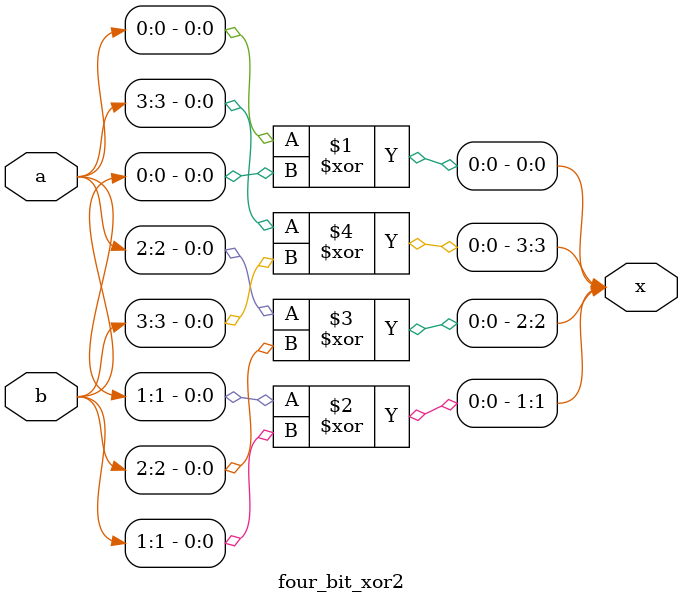
<source format=v>
`timescale 1ns / 1ps
module four_bit_xor2(a, b, x);
	input [3:0] a, b;
	output [3:0] x;
	
	xor u0(x[0], a[0], b[0]), (x[1], a[1], b[1]), (x[2], a[2], b[2]), (x[3], a[3], b[3]);
endmodule

</source>
